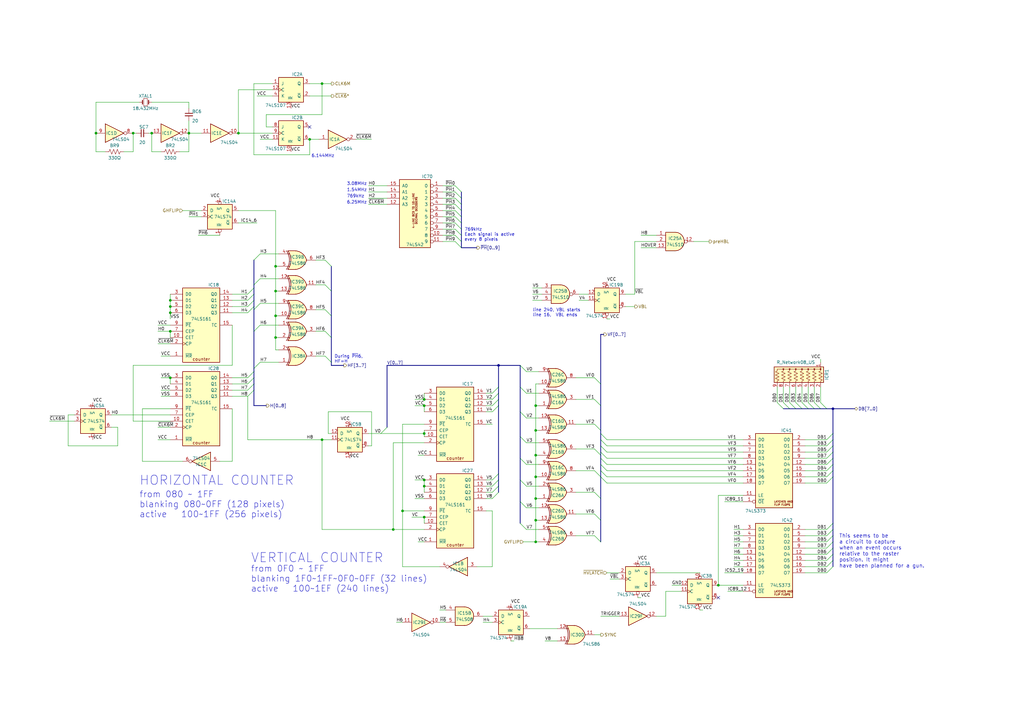
<source format=kicad_sch>
(kicad_sch (version 20231120) (generator "eeschema") (generator_version "8.0")
  (paper "A3")
  (title_block (date "2024-11-16") (company "JOTEGO") (comment 1 "www.patreon.com/jotego") (comment 2 "José Tejada"))
  (junction (at 161.29 217.17))
  (junction (at 54.61 54.61))
  (junction (at 219.71 176.53))
  (junction (at 173.99 166.37))
  (junction (at 69.85 128.27))
  (junction (at 219.71 166.37))
  (junction (at 69.85 135.89))
  (junction (at 69.85 154.94))
  (junction (at 173.99 163.83))
  (junction (at 113.03 109.22))
  (junction (at 165.1 209.55))
  (junction (at 132.08 34.29))
  (junction (at 219.71 204.47))
  (junction (at 219.71 186.69))
  (junction (at 77.47 54.61))
  (junction (at 341.63 167.64))
  (junction (at 173.99 177.8))
  (junction (at 127 57.15))
  (junction (at 173.99 199.39))
  (junction (at 113.03 119.38))
  (junction (at 69.85 125.73))
  (junction (at 132.08 180.34))
  (junction (at 219.71 222.25))
  (junction (at 97.79 54.61))
  (junction (at 62.23 54.61))
  (junction (at 173.99 212.09))
  (junction (at 113.03 138.43))
  (junction (at 113.03 129.54))
  (junction (at 39.37 54.61))
  (junction (at 204.47 149.86))
  (junction (at 173.99 196.85))
  (junction (at 219.71 195.58))
  (junction (at 294.64 240.03))
  (junction (at 219.71 213.36))
  (junction (at 69.85 123.19))
  (no_connect (at 127 52.07))
  (no_connect (at 294.64 245.11))
  (bus_entry (at 186.69 81.28) (size 2.54 2.54))
  (bus_entry (at 339.09 182.88) (size 2.54 -2.54))
  (bus_entry (at 339.09 180.34) (size 2.54 -2.54))
  (bus_entry (at 104.14 135.89) (size 2.54 -2.54))
  (bus_entry (at 186.69 96.52) (size 2.54 2.54))
  (bus_entry (at 339.09 232.41) (size 2.54 -2.54))
  (bus_entry (at 213.36 149.86) (size 2.54 2.54))
  (bus_entry (at 213.36 158.75) (size 2.54 2.54))
  (bus_entry (at 201.93 204.47) (size 2.54 -2.54))
  (bus_entry (at 213.36 187.96) (size 2.54 2.54))
  (bus_entry (at 201.93 201.93) (size 2.54 -2.54))
  (bus_entry (at 186.69 86.36) (size 2.54 2.54))
  (bus_entry (at 186.69 78.74) (size 2.54 2.54))
  (bus_entry (at 133.35 135.89) (size 2.54 2.54))
  (bus_entry (at 339.09 190.5) (size 2.54 -2.54))
  (bus_entry (at 201.93 161.29) (size 2.54 -2.54))
  (bus_entry (at 104.14 127) (size 2.54 -2.54))
  (bus_entry (at 101.6 128.27) (size 2.54 -2.54))
  (bus_entry (at 243.84 201.93) (size 2.54 2.54))
  (bus_entry (at 246.38 190.5) (size 2.54 2.54))
  (bus_entry (at 243.84 219.71) (size 2.54 2.54))
  (bus_entry (at 339.09 229.87) (size 2.54 -2.54))
  (bus_entry (at 213.36 205.74) (size 2.54 2.54))
  (bus_entry (at 213.36 179.07) (size 2.54 2.54))
  (bus_entry (at 186.69 99.06) (size 2.54 2.54))
  (bus_entry (at 246.38 195.58) (size 2.54 2.54))
  (bus_entry (at 339.09 227.33) (size 2.54 -2.54))
  (bus_entry (at 104.14 151.13) (size 2.54 -2.54))
  (bus_entry (at 101.6 162.56) (size 2.54 -2.54))
  (bus_entry (at 133.35 116.84) (size 2.54 2.54))
  (bus_entry (at 246.38 180.34) (size 2.54 2.54))
  (bus_entry (at 339.09 193.04) (size 2.54 -2.54))
  (bus_entry (at 101.6 120.65) (size 2.54 -2.54))
  (bus_entry (at 339.09 234.95) (size 2.54 -2.54))
  (bus_entry (at 201.93 199.39) (size 2.54 -2.54))
  (bus_entry (at 186.69 93.98) (size 2.54 2.54))
  (bus_entry (at 246.38 182.88) (size 2.54 2.54))
  (bus_entry (at 336.55 165.1) (size 2.54 2.54))
  (bus_entry (at 339.09 217.17) (size 2.54 -2.54))
  (bus_entry (at 339.09 187.96) (size 2.54 -2.54))
  (bus_entry (at 104.14 106.68) (size 2.54 -2.54))
  (bus_entry (at 246.38 177.8) (size 2.54 2.54))
  (bus_entry (at 213.36 214.63) (size 2.54 2.54))
  (bus_entry (at 243.84 210.82) (size 2.54 2.54))
  (bus_entry (at 246.38 185.42) (size 2.54 2.54))
  (bus_entry (at 318.77 165.1) (size 2.54 2.54))
  (bus_entry (at 243.84 163.83) (size 2.54 2.54))
  (bus_entry (at 243.84 193.04) (size 2.54 2.54))
  (bus_entry (at 133.35 106.68) (size 2.54 2.54))
  (bus_entry (at 101.6 157.48) (size 2.54 -2.54))
  (bus_entry (at 101.6 160.02) (size 2.54 -2.54))
  (bus_entry (at 328.93 165.1) (size 2.54 2.54))
  (bus_entry (at 243.84 184.15) (size 2.54 2.54))
  (bus_entry (at 326.39 165.1) (size 2.54 2.54))
  (bus_entry (at 186.69 76.2) (size 2.54 2.54))
  (bus_entry (at 323.85 165.1) (size 2.54 2.54))
  (bus_entry (at 186.69 83.82) (size 2.54 2.54))
  (bus_entry (at 101.6 154.94) (size 2.54 -2.54))
  (bus_entry (at 246.38 193.04) (size 2.54 2.54))
  (bus_entry (at 243.84 154.94) (size 2.54 2.54))
  (bus_entry (at 158.75 175.26) (size -2.54 2.54))
  (bus_entry (at 331.47 165.1) (size 2.54 2.54))
  (bus_entry (at 213.36 196.85) (size 2.54 2.54))
  (bus_entry (at 321.31 165.1) (size 2.54 2.54))
  (bus_entry (at 339.09 195.58) (size 2.54 -2.54))
  (bus_entry (at 133.35 146.05) (size 2.54 2.54))
  (bus_entry (at 246.38 187.96) (size 2.54 2.54))
  (bus_entry (at 101.6 123.19) (size 2.54 -2.54))
  (bus_entry (at 201.93 166.37) (size 2.54 -2.54))
  (bus_entry (at 339.09 222.25) (size 2.54 -2.54))
  (bus_entry (at 339.09 224.79) (size 2.54 -2.54))
  (bus_entry (at 339.09 198.12) (size 2.54 -2.54))
  (bus_entry (at 201.93 168.91) (size 2.54 -2.54))
  (bus_entry (at 186.69 91.44) (size 2.54 2.54))
  (bus_entry (at 339.09 219.71) (size 2.54 -2.54))
  (bus_entry (at 104.14 116.84) (size 2.54 -2.54))
  (bus_entry (at 339.09 185.42) (size 2.54 -2.54))
  (bus_entry (at 201.93 163.83) (size 2.54 -2.54))
  (bus_entry (at 101.6 125.73) (size 2.54 -2.54))
  (bus_entry (at 213.36 168.91) (size 2.54 2.54))
  (bus_entry (at 186.69 88.9) (size 2.54 2.54))
  (bus_entry (at 243.84 173.99) (size 2.54 2.54))
  (bus_entry (at 133.35 127) (size 2.54 2.54))
  (bus_entry (at 334.01 165.1) (size 2.54 2.54))
  (bus_entry (at 201.93 196.85) (size 2.54 -2.54))
  (bus (pts (xy 246.38 182.88) (xy 246.38 185.42)))
  (wire (pts (xy 219.71 222.25) (xy 220.98 222.25)))
  (wire (pts (xy 95.25 157.48) (xy 101.6 157.48)))
  (bus (pts (xy 213.36 149.86) (xy 213.36 158.75)))
  (wire (pts (xy 77.47 88.9) (xy 82.55 88.9)))
  (bus (pts (xy 341.63 227.33) (xy 341.63 224.79)))
  (bus (pts (xy 339.09 167.64) (xy 341.63 167.64)))
  (bus (pts (xy 204.47 199.39) (xy 204.47 201.93)))
  (wire (pts (xy 161.29 181.61) (xy 161.29 217.17)))
  (wire (pts (xy 106.68 148.59) (xy 114.3 148.59)))
  (wire (pts (xy 69.85 120.65) (xy 69.85 123.19)))
  (bus (pts (xy 213.36 205.74) (xy 213.36 214.63)))
  (wire (pts (xy 64.77 175.26) (xy 69.85 175.26)))
  (bus (pts (xy 341.63 217.17) (xy 341.63 214.63)))
  (wire (pts (xy 219.71 157.48) (xy 220.98 157.48)))
  (bus (pts (xy 189.23 78.74) (xy 189.23 81.28)))
  (wire (pts (xy 156.21 177.8) (xy 173.99 177.8)))
  (wire (pts (xy 165.1 232.41) (xy 180.34 232.41)))
  (bus (pts (xy 104.14 151.13) (xy 104.14 152.4)))
  (wire (pts (xy 151.13 83.82) (xy 158.75 83.82)))
  (wire (pts (xy 237.49 123.19) (xy 241.3 123.19)))
  (bus (pts (xy 104.14 135.89) (xy 104.14 151.13)))
  (bus (pts (xy 135.89 148.59) (xy 135.89 149.86)))
  (wire (pts (xy 199.39 168.91) (xy 201.93 168.91)))
  (wire (pts (xy 326.39 165.1) (xy 326.39 158.75)))
  (wire (pts (xy 248.92 182.88) (xy 304.8 182.88)))
  (wire (pts (xy 218.44 123.19) (xy 222.25 123.19)))
  (wire (pts (xy 300.99 227.33) (xy 304.8 227.33)))
  (wire (pts (xy 248.92 180.34) (xy 304.8 180.34)))
  (wire (pts (xy 77.47 54.61) (xy 82.55 54.61)))
  (wire (pts (xy 127 57.15) (xy 127 63.5)))
  (wire (pts (xy 181.61 99.06) (xy 186.69 99.06)))
  (wire (pts (xy 106.68 133.35) (xy 114.3 133.35)))
  (wire (pts (xy 330.2 227.33) (xy 339.09 227.33)))
  (wire (pts (xy 74.93 86.36) (xy 82.55 86.36)))
  (bus (pts (xy 341.63 193.04) (xy 341.63 195.58)))
  (wire (pts (xy 127 63.5) (xy 104.14 63.5)))
  (wire (pts (xy 39.37 41.91) (xy 57.15 41.91)))
  (wire (pts (xy 294.64 240.03) (xy 304.8 240.03)))
  (wire (pts (xy 62.23 54.61) (xy 62.23 62.23)))
  (wire (pts (xy 95.25 149.86) (xy 54.61 149.86)))
  (wire (pts (xy 69.85 133.35) (xy 64.77 133.35)))
  (wire (pts (xy 134.62 177.8) (xy 134.62 168.91)))
  (wire (pts (xy 300.99 229.87) (xy 304.8 229.87)))
  (wire (pts (xy 256.54 120.65) (xy 260.35 120.65)))
  (wire (pts (xy 215.9 199.39) (xy 220.98 199.39)))
  (wire (pts (xy 151.13 78.74) (xy 158.75 78.74)))
  (wire (pts (xy 199.39 173.99) (xy 201.93 173.99)))
  (bus (pts (xy 135.89 149.86) (xy 140.97 149.86)))
  (wire (pts (xy 181.61 91.44) (xy 186.69 91.44)))
  (wire (pts (xy 215.9 208.28) (xy 220.98 208.28)))
  (wire (pts (xy 330.2 224.79) (xy 339.09 224.79)))
  (wire (pts (xy 330.2 198.12) (xy 339.09 198.12)))
  (wire (pts (xy 273.05 242.57) (xy 279.4 242.57)))
  (wire (pts (xy 217.17 257.81) (xy 228.6 257.81)))
  (wire (pts (xy 39.37 62.23) (xy 43.18 62.23)))
  (bus (pts (xy 246.38 176.53) (xy 246.38 177.8)))
  (bus (pts (xy 204.47 163.83) (xy 204.47 166.37)))
  (bus (pts (xy 104.14 166.37) (xy 109.22 166.37)))
  (wire (pts (xy 300.99 232.41) (xy 304.8 232.41)))
  (wire (pts (xy 50.8 62.23) (xy 54.61 62.23)))
  (wire (pts (xy 111.76 57.15) (xy 106.68 57.15)))
  (wire (pts (xy 336.55 165.1) (xy 336.55 158.75)))
  (bus (pts (xy 336.55 167.64) (xy 339.09 167.64)))
  (wire (pts (xy 48.26 175.26) (xy 48.26 182.88)))
  (wire (pts (xy 173.99 196.85) (xy 173.99 199.39)))
  (wire (pts (xy 64.77 135.89) (xy 69.85 135.89)))
  (wire (pts (xy 294.64 240.03) (xy 294.64 203.2)))
  (wire (pts (xy 95.25 154.94) (xy 101.6 154.94)))
  (wire (pts (xy 262.89 245.11) (xy 261.62 245.11)))
  (wire (pts (xy 215.9 171.45) (xy 220.98 171.45)))
  (wire (pts (xy 66.04 160.02) (xy 69.85 160.02)))
  (wire (pts (xy 215.9 217.17) (xy 220.98 217.17)))
  (wire (pts (xy 129.54 106.68) (xy 133.35 106.68)))
  (bus (pts (xy 334.01 167.64) (xy 331.47 167.64)))
  (wire (pts (xy 219.71 204.47) (xy 220.98 204.47)))
  (wire (pts (xy 54.61 54.61) (xy 54.61 62.23)))
  (wire (pts (xy 66.04 154.94) (xy 69.85 154.94)))
  (wire (pts (xy 181.61 88.9) (xy 186.69 88.9)))
  (wire (pts (xy 171.45 222.25) (xy 173.99 222.25)))
  (wire (pts (xy 127 39.37) (xy 135.89 39.37)))
  (bus (pts (xy 341.63 195.58) (xy 341.63 214.63)))
  (bus (pts (xy 204.47 161.29) (xy 204.47 163.83)))
  (wire (pts (xy 250.19 237.49) (xy 254 237.49)))
  (wire (pts (xy 62.23 62.23) (xy 66.04 62.23)))
  (wire (pts (xy 146.05 57.15) (xy 152.4 57.15)))
  (wire (pts (xy 330.2 217.17) (xy 339.09 217.17)))
  (wire (pts (xy 181.61 76.2) (xy 186.69 76.2)))
  (wire (pts (xy 129.54 135.89) (xy 133.35 135.89)))
  (wire (pts (xy 199.39 196.85) (xy 201.93 196.85)))
  (wire (pts (xy 69.85 125.73) (xy 69.85 128.27)))
  (wire (pts (xy 210.82 262.89) (xy 209.55 262.89)))
  (wire (pts (xy 219.71 166.37) (xy 219.71 176.53)))
  (wire (pts (xy 45.72 175.26) (xy 48.26 175.26)))
  (wire (pts (xy 298.45 242.57) (xy 304.8 242.57)))
  (wire (pts (xy 199.39 161.29) (xy 201.93 161.29)))
  (wire (pts (xy 248.92 195.58) (xy 304.8 195.58)))
  (wire (pts (xy 95.25 123.19) (xy 101.6 123.19)))
  (wire (pts (xy 132.08 180.34) (xy 135.89 180.34)))
  (bus (pts (xy 104.14 157.48) (xy 104.14 160.02)))
  (wire (pts (xy 201.93 232.41) (xy 195.58 232.41)))
  (bus (pts (xy 341.63 219.71) (xy 341.63 217.17)))
  (wire (pts (xy 260.35 99.06) (xy 269.24 99.06)))
  (wire (pts (xy 113.03 129.54) (xy 113.03 138.43)))
  (bus (pts (xy 213.36 149.86) (xy 204.47 149.86)))
  (bus (pts (xy 189.23 96.52) (xy 189.23 99.06)))
  (bus (pts (xy 213.36 187.96) (xy 213.36 179.07)))
  (wire (pts (xy 69.85 180.34) (xy 64.77 180.34)))
  (wire (pts (xy 105.41 39.37) (xy 111.76 39.37)))
  (wire (pts (xy 69.85 146.05) (xy 66.04 146.05)))
  (wire (pts (xy 330.2 229.87) (xy 339.09 229.87)))
  (wire (pts (xy 114.3 138.43) (xy 113.03 138.43)))
  (wire (pts (xy 330.2 190.5) (xy 339.09 190.5)))
  (wire (pts (xy 113.03 119.38) (xy 114.3 119.38)))
  (wire (pts (xy 27.94 182.88) (xy 27.94 170.18)))
  (bus (pts (xy 104.14 154.94) (xy 104.14 157.48)))
  (bus (pts (xy 189.23 81.28) (xy 189.23 83.82)))
  (bus (pts (xy 246.38 190.5) (xy 246.38 193.04)))
  (wire (pts (xy 66.04 162.56) (xy 69.85 162.56)))
  (wire (pts (xy 69.85 123.19) (xy 69.85 125.73)))
  (bus (pts (xy 341.63 224.79) (xy 341.63 222.25)))
  (wire (pts (xy 248.92 198.12) (xy 304.8 198.12)))
  (wire (pts (xy 129.54 146.05) (xy 133.35 146.05)))
  (wire (pts (xy 170.18 163.83) (xy 173.99 163.83)))
  (wire (pts (xy 173.99 217.17) (xy 161.29 217.17)))
  (wire (pts (xy 180.34 250.19) (xy 182.88 250.19)))
  (wire (pts (xy 248.92 234.95) (xy 254 234.95)))
  (wire (pts (xy 95.25 160.02) (xy 101.6 160.02)))
  (bus (pts (xy 246.38 213.36) (xy 246.38 222.25)))
  (wire (pts (xy 113.03 143.51) (xy 113.03 138.43)))
  (wire (pts (xy 113.03 129.54) (xy 114.3 129.54)))
  (wire (pts (xy 219.71 157.48) (xy 219.71 166.37)))
  (bus (pts (xy 334.01 167.64) (xy 336.55 167.64)))
  (wire (pts (xy 199.39 209.55) (xy 201.93 209.55)))
  (wire (pts (xy 219.71 176.53) (xy 219.71 186.69)))
  (wire (pts (xy 300.99 217.17) (xy 304.8 217.17)))
  (wire (pts (xy 69.85 135.89) (xy 69.85 138.43)))
  (wire (pts (xy 129.54 127) (xy 133.35 127)))
  (bus (pts (xy 246.38 187.96) (xy 246.38 190.5)))
  (wire (pts (xy 334.01 165.1) (xy 334.01 158.75)))
  (bus (pts (xy 326.39 167.64) (xy 323.85 167.64)))
  (wire (pts (xy 77.47 54.61) (xy 77.47 62.23)))
  (wire (pts (xy 237.49 120.65) (xy 241.3 120.65)))
  (bus (pts (xy 104.14 123.19) (xy 104.14 125.73)))
  (wire (pts (xy 151.13 177.8) (xy 156.21 177.8)))
  (wire (pts (xy 170.18 166.37) (xy 173.99 166.37)))
  (wire (pts (xy 27.94 170.18) (xy 30.48 170.18)))
  (wire (pts (xy 173.99 166.37) (xy 173.99 168.91)))
  (bus (pts (xy 246.38 193.04) (xy 246.38 195.58)))
  (wire (pts (xy 246.38 252.73) (xy 254 252.73)))
  (wire (pts (xy 173.99 212.09) (xy 168.91 212.09)))
  (bus (pts (xy 158.75 149.86) (xy 204.47 149.86)))
  (wire (pts (xy 330.2 193.04) (xy 339.09 193.04)))
  (bus (pts (xy 104.14 106.68) (xy 104.14 116.84)))
  (wire (pts (xy 181.61 83.82) (xy 186.69 83.82)))
  (wire (pts (xy 323.85 165.1) (xy 323.85 158.75)))
  (wire (pts (xy 106.68 104.14) (xy 114.3 104.14)))
  (wire (pts (xy 330.2 195.58) (xy 339.09 195.58)))
  (wire (pts (xy 215.9 161.29) (xy 220.98 161.29)))
  (bus (pts (xy 246.38 177.8) (xy 246.38 180.34)))
  (wire (pts (xy 215.9 190.5) (xy 220.98 190.5)))
  (wire (pts (xy 162.56 255.27) (xy 165.1 255.27)))
  (wire (pts (xy 248.92 130.81) (xy 250.19 130.81)))
  (wire (pts (xy 173.99 212.09) (xy 173.99 214.63)))
  (wire (pts (xy 330.2 232.41) (xy 339.09 232.41)))
  (wire (pts (xy 330.2 219.71) (xy 339.09 219.71)))
  (bus (pts (xy 341.63 180.34) (xy 341.63 182.88)))
  (wire (pts (xy 173.99 176.53) (xy 173.99 177.8)))
  (wire (pts (xy 248.92 185.42) (xy 304.8 185.42)))
  (wire (pts (xy 95.25 167.64) (xy 95.25 189.23)))
  (bus (pts (xy 189.23 83.82) (xy 189.23 86.36)))
  (wire (pts (xy 220.98 152.4) (xy 215.9 152.4)))
  (bus (pts (xy 341.63 232.41) (xy 341.63 229.87)))
  (wire (pts (xy 262.89 96.52) (xy 269.24 96.52)))
  (bus (pts (xy 213.36 196.85) (xy 213.36 205.74)))
  (wire (pts (xy 260.35 120.65) (xy 260.35 99.06)))
  (wire (pts (xy 64.77 140.97) (xy 69.85 140.97)))
  (wire (pts (xy 330.2 187.96) (xy 339.09 187.96)))
  (wire (pts (xy 165.1 173.99) (xy 173.99 173.99)))
  (bus (pts (xy 189.23 93.98) (xy 189.23 96.52)))
  (bus (pts (xy 246.38 185.42) (xy 246.38 186.69)))
  (wire (pts (xy 198.12 255.27) (xy 201.93 255.27)))
  (wire (pts (xy 331.47 165.1) (xy 331.47 158.75)))
  (wire (pts (xy 106.68 124.46) (xy 114.3 124.46)))
  (wire (pts (xy 39.37 54.61) (xy 39.37 62.23)))
  (wire (pts (xy 330.2 185.42) (xy 339.09 185.42)))
  (wire (pts (xy 97.79 54.61) (xy 97.79 36.83)))
  (wire (pts (xy 109.22 46.99) (xy 109.22 52.07)))
  (bus (pts (xy 213.36 168.91) (xy 213.36 158.75)))
  (wire (pts (xy 74.93 189.23) (xy 58.42 189.23)))
  (wire (pts (xy 114.3 143.51) (xy 113.03 143.51)))
  (wire (pts (xy 62.23 41.91) (xy 77.47 41.91)))
  (bus (pts (xy 341.63 177.8) (xy 341.63 167.64)))
  (wire (pts (xy 20.32 172.72) (xy 30.48 172.72)))
  (bus (pts (xy 213.36 179.07) (xy 213.36 168.91)))
  (wire (pts (xy 95.25 125.73) (xy 101.6 125.73)))
  (wire (pts (xy 223.52 262.89) (xy 228.6 262.89)))
  (wire (pts (xy 215.9 181.61) (xy 220.98 181.61)))
  (wire (pts (xy 214.63 222.25) (xy 219.71 222.25)))
  (bus (pts (xy 104.14 120.65) (xy 104.14 123.19)))
  (wire (pts (xy 219.71 186.69) (xy 219.71 195.58)))
  (wire (pts (xy 236.22 184.15) (xy 243.84 184.15)))
  (wire (pts (xy 132.08 34.29) (xy 135.89 34.29)))
  (bus (pts (xy 104.14 116.84) (xy 104.14 118.11)))
  (wire (pts (xy 219.71 186.69) (xy 220.98 186.69)))
  (wire (pts (xy 198.12 252.73) (xy 201.93 252.73)))
  (wire (pts (xy 113.03 119.38) (xy 113.03 129.54)))
  (wire (pts (xy 236.22 163.83) (xy 243.84 163.83)))
  (wire (pts (xy 243.84 260.35) (xy 246.38 260.35)))
  (wire (pts (xy 173.99 161.29) (xy 173.99 163.83)))
  (bus (pts (xy 341.63 222.25) (xy 341.63 219.71)))
  (bus (pts (xy 204.47 196.85) (xy 204.47 199.39)))
  (wire (pts (xy 236.22 173.99) (xy 243.84 173.99)))
  (bus (pts (xy 246.38 137.16) (xy 247.65 137.16)))
  (wire (pts (xy 173.99 209.55) (xy 165.1 209.55)))
  (bus (pts (xy 246.38 166.37) (xy 246.38 176.53)))
  (wire (pts (xy 219.71 195.58) (xy 220.98 195.58)))
  (wire (pts (xy 273.05 252.73) (xy 273.05 242.57)))
  (bus (pts (xy 135.89 109.22) (xy 135.89 119.38)))
  (wire (pts (xy 132.08 217.17) (xy 132.08 180.34)))
  (bus (pts (xy 104.14 127) (xy 104.14 135.89)))
  (wire (pts (xy 60.96 54.61) (xy 62.23 54.61)))
  (wire (pts (xy 330.2 234.95) (xy 339.09 234.95)))
  (wire (pts (xy 236.22 154.94) (xy 243.84 154.94)))
  (bus (pts (xy 246.38 204.47) (xy 246.38 213.36)))
  (wire (pts (xy 256.54 125.73) (xy 260.35 125.73)))
  (bus (pts (xy 204.47 194.31) (xy 204.47 196.85)))
  (wire (pts (xy 219.71 166.37) (xy 220.98 166.37)))
  (wire (pts (xy 336.55 147.32) (xy 336.55 148.59)))
  (wire (pts (xy 173.99 199.39) (xy 173.99 201.93)))
  (wire (pts (xy 236.22 193.04) (xy 243.84 193.04)))
  (wire (pts (xy 152.4 182.88) (xy 151.13 182.88)))
  (bus (pts (xy 246.38 137.16) (xy 246.38 157.48)))
  (bus (pts (xy 104.14 125.73) (xy 104.14 127)))
  (bus (pts (xy 104.14 160.02) (xy 104.14 166.37)))
  (wire (pts (xy 219.71 195.58) (xy 219.71 204.47)))
  (wire (pts (xy 48.26 182.88) (xy 27.94 182.88)))
  (wire (pts (xy 165.1 209.55) (xy 165.1 173.99)))
  (wire (pts (xy 134.62 177.8) (xy 135.89 177.8)))
  (wire (pts (xy 300.99 222.25) (xy 304.8 222.25)))
  (wire (pts (xy 97.79 36.83) (xy 111.76 36.83)))
  (wire (pts (xy 151.13 81.28) (xy 158.75 81.28)))
  (wire (pts (xy 300.99 224.79) (xy 304.8 224.79)))
  (wire (pts (xy 330.2 222.25) (xy 339.09 222.25)))
  (wire (pts (xy 297.18 234.95) (xy 304.8 234.95)))
  (bus (pts (xy 189.23 88.9) (xy 189.23 91.44)))
  (bus (pts (xy 158.75 175.26) (xy 158.75 149.86)))
  (wire (pts (xy 248.92 187.96) (xy 304.8 187.96)))
  (bus (pts (xy 104.14 118.11) (xy 104.14 120.65)))
  (wire (pts (xy 297.18 205.74) (xy 304.8 205.74)))
  (wire (pts (xy 219.71 213.36) (xy 219.71 222.25)))
  (wire (pts (xy 273.05 252.73) (xy 269.24 252.73)))
  (wire (pts (xy 132.08 46.99) (xy 109.22 46.99)))
  (wire (pts (xy 201.93 209.55) (xy 201.93 232.41)))
  (wire (pts (xy 127 34.29) (xy 132.08 34.29)))
  (wire (pts (xy 199.39 201.93) (xy 201.93 201.93)))
  (wire (pts (xy 165.1 209.55) (xy 165.1 232.41)))
  (wire (pts (xy 39.37 54.61) (xy 39.37 41.91)))
  (bus (pts (xy 204.47 166.37) (xy 204.47 194.31)))
  (wire (pts (xy 236.22 201.93) (xy 243.84 201.93)))
  (wire (pts (xy 236.22 210.82) (xy 243.84 210.82)))
  (bus (pts (xy 341.63 229.87) (xy 341.63 227.33)))
  (wire (pts (xy 58.42 189.23) (xy 58.42 167.64)))
  (wire (pts (xy 218.44 118.11) (xy 222.25 118.11)))
  (bus (pts (xy 204.47 149.86) (xy 204.47 158.75)))
  (wire (pts (xy 330.2 182.88) (xy 339.09 182.88)))
  (bus (pts (xy 213.36 187.96) (xy 213.36 196.85)))
  (bus (pts (xy 246.38 186.69) (xy 246.38 187.96)))
  (wire (pts (xy 95.25 162.56) (xy 101.6 162.56)))
  (wire (pts (xy 219.71 204.47) (xy 219.71 213.36)))
  (wire (pts (xy 173.99 177.8) (xy 173.99 179.07)))
  (wire (pts (xy 109.22 52.07) (xy 111.76 52.07)))
  (wire (pts (xy 181.61 78.74) (xy 186.69 78.74)))
  (wire (pts (xy 161.29 217.17) (xy 132.08 217.17)))
  (bus (pts (xy 189.23 99.06) (xy 189.23 101.6)))
  (bus (pts (xy 189.23 91.44) (xy 189.23 93.98)))
  (bus (pts (xy 246.38 180.34) (xy 246.38 182.88)))
  (bus (pts (xy 341.63 185.42) (xy 341.63 187.96)))
  (wire (pts (xy 101.6 180.34) (xy 132.08 180.34)))
  (wire (pts (xy 181.61 93.98) (xy 186.69 93.98)))
  (wire (pts (xy 269.24 234.95) (xy 287.02 234.95)))
  (wire (pts (xy 236.22 219.71) (xy 243.84 219.71)))
  (wire (pts (xy 199.39 199.39) (xy 201.93 199.39)))
  (wire (pts (xy 95.25 128.27) (xy 101.6 128.27)))
  (wire (pts (xy 328.93 165.1) (xy 328.93 158.75)))
  (wire (pts (xy 134.62 168.91) (xy 152.4 168.91)))
  (bus (pts (xy 204.47 158.75) (xy 204.47 161.29)))
  (wire (pts (xy 113.03 86.36) (xy 113.03 109.22)))
  (wire (pts (xy 81.28 96.52) (xy 90.17 96.52)))
  (wire (pts (xy 290.83 99.06) (xy 284.48 99.06)))
  (wire (pts (xy 170.18 196.85) (xy 173.99 196.85)))
  (wire (pts (xy 114.3 109.22) (xy 113.03 109.22)))
  (wire (pts (xy 219.71 176.53) (xy 220.98 176.53)))
  (wire (pts (xy 129.54 116.84) (xy 133.35 116.84)))
  (wire (pts (xy 181.61 96.52) (xy 186.69 96.52)))
  (bus (pts (xy 135.89 119.38) (xy 135.89 129.54)))
  (bus (pts (xy 189.23 86.36) (xy 189.23 88.9)))
  (bus (pts (xy 341.63 167.64) (xy 350.52 167.64)))
  (bus (pts (xy 135.89 129.54) (xy 135.89 138.43)))
  (wire (pts (xy 180.34 255.27) (xy 182.88 255.27)))
  (wire (pts (xy 104.14 63.5) (xy 104.14 34.29)))
  (wire (pts (xy 69.85 154.94) (xy 69.85 157.48)))
  (wire (pts (xy 77.47 49.53) (xy 77.47 54.61)))
  (bus (pts (xy 341.63 182.88) (xy 341.63 185.42)))
  (wire (pts (xy 288.29 250.19) (xy 287.02 250.19)))
  (bus (pts (xy 246.38 195.58) (xy 246.38 204.47)))
  (wire (pts (xy 97.79 86.36) (xy 113.03 86.36)))
  (wire (pts (xy 97.79 54.61) (xy 111.76 54.61)))
  (wire (pts (xy 218.44 120.65) (xy 222.25 120.65)))
  (wire (pts (xy 199.39 163.83) (xy 201.93 163.83)))
  (wire (pts (xy 152.4 168.91) (xy 152.4 182.88)))
  (wire (pts (xy 171.45 186.69) (xy 173.99 186.69)))
  (wire (pts (xy 181.61 86.36) (xy 186.69 86.36)))
  (wire (pts (xy 248.92 193.04) (xy 304.8 193.04)))
  (wire (pts (xy 97.79 91.44) (xy 105.41 91.44)))
  (bus (pts (xy 341.63 177.8) (xy 341.63 180.34)))
  (wire (pts (xy 104.14 34.29) (xy 111.76 34.29)))
  (wire (pts (xy 199.39 204.47) (xy 201.93 204.47)))
  (wire (pts (xy 77.47 41.91) (xy 77.47 44.45)))
  (wire (pts (xy 95.25 133.35) (xy 95.25 149.86)))
  (wire (pts (xy 54.61 54.61) (xy 55.88 54.61)))
  (bus (pts (xy 341.63 187.96) (xy 341.63 190.5)))
  (bus (pts (xy 341.63 190.5) (xy 341.63 193.04)))
  (wire (pts (xy 54.61 149.86) (xy 54.61 172.72)))
  (wire (pts (xy 95.25 189.23) (xy 90.17 189.23)))
  (wire (pts (xy 219.71 213.36) (xy 220.98 213.36)))
  (wire (pts (xy 151.13 76.2) (xy 158.75 76.2)))
  (wire (pts (xy 300.99 219.71) (xy 304.8 219.71)))
  (wire (pts (xy 45.72 170.18) (xy 69.85 170.18)))
  (wire (pts (xy 321.31 165.1) (xy 321.31 158.75)))
  (wire (pts (xy 127 57.15) (xy 130.81 57.15)))
  (wire (pts (xy 69.85 128.27) (xy 69.85 130.81)))
  (wire (pts (xy 95.25 120.65) (xy 101.6 120.65)))
  (bus (pts (xy 326.39 167.64) (xy 328.93 167.64)))
  (wire (pts (xy 294.64 203.2) (xy 304.8 203.2)))
  (wire (pts (xy 318.77 165.1) (xy 318.77 158.75)))
  (wire (pts (xy 132.08 34.29) (xy 132.08 46.99)))
  (wire (pts (xy 330.2 180.34) (xy 339.09 180.34)))
  (wire (pts (xy 173.99 181.61) (xy 161.29 181.61)))
  (wire (pts (xy 113.03 109.22) (xy 113.03 119.38)))
  (wire (pts (xy 199.39 166.37) (xy 201.93 166.37)))
  (wire (pts (xy 170.18 204.47) (xy 173.99 204.47)))
  (wire (pts (xy 101.6 162.56) (xy 101.6 180.34)))
  (wire (pts (xy 248.92 190.5) (xy 304.8 190.5)))
  (bus (pts (xy 135.89 138.43) (xy 135.89 148.59)))
  (bus (pts (xy 321.31 167.64) (xy 323.85 167.64)))
  (wire (pts (xy 275.59 240.03) (xy 279.4 240.03)))
  (bus (pts (xy 246.38 157.48) (xy 246.38 166.37)))
  (wire (pts (xy 106.68 114.3) (xy 114.3 114.3)))
  (wire (pts (xy 181.61 81.28) (xy 186.69 81.28)))
  (wire (pts (xy 54.61 172.72) (xy 69.85 172.72)))
  (wire (pts (xy 73.66 62.23) (xy 77.47 62.23)))
  (bus (pts (xy 189.23 101.6) (xy 195.58 101.6)))
  (bus (pts (xy 331.47 167.64) (xy 328.93 167.64)))
  (bus (pts (xy 104.14 152.4) (xy 104.14 154.94)))
  (wire (pts (xy 262.89 101.6) (xy 269.24 101.6)))
  (wire (pts (xy 58.42 167.64) (xy 69.85 167.64)))
  (text "769kHz\nEach signal is active\nevery 8 pixels" (at 190.5 99.06 0) (effects (font (size 1.27 1.27)) (justify left bottom)))
  (text "1.54MHz\n" (at 142.24 78.74 0) (effects (font (size 1.27 1.27)) (justify left bottom)))
  (text "6.25MHz\n" (at 142.24 83.82 0) (effects (font (size 1.27 1.27)) (justify left bottom)))
  (text "During ~{PH}6, \nHF=H" (at 137.16 147.32 0) (effects (font (size 1.27 1.27)) (justify left)))
  (text "from 080 ~ 1FF\nblanking 080~0FF (128 pixels)\nactive   100~1FF (256 pixels)" (at 57.15 207.01 0) (effects (font (size 2.54 2.54)) (justify left)))
  (text "6.144MHz" (at 137.16 64.77 0) (effects (font (size 1.27 1.27)) (justify right bottom)))
  (text "HORIZONTAL COUNTER\n" (at 57.15 199.39 0) (effects (font (size 3.81 3.81)) (justify left bottom)))
  (text "3.08MHz\n" (at 142.24 76.2 0) (effects (font (size 1.27 1.27)) (justify left bottom)))
  (text "This seems to be\na circuit to capture\nwhen an event occurs\nrelative to the raster \nposition. It might\nhave been planned for a gun." (at 344.17 226.06 0) (effects (font (size 1.524 1.524)) (justify left)))
  (text "from 0F0 ~ 1FF\nblanking 1F0~1FF~0F0~0FF (32 lines)\nactive   100~1EF (240 lines)" (at 102.87 237.49 0) (effects (font (size 2.54 2.54)) (justify left)))
  (text "VERTICAL COUNTER\n" (at 102.87 231.14 0) (effects (font (size 3.81 3.81)) (justify left bottom)))
  (text "line 240, VBL starts\nline 16,  VBL ends" (at 218.44 128.27 0) (effects (font (size 1.27 1.27)) (justify left)))
  (text "769kHz\n" (at 142.24 81.28 0) (effects (font (size 1.27 1.27)) (justify left bottom)))
  (label "HF5" (at 133.35 127 180))
  (label "~{VBL}" (at 260.35 120.65 0))
  (label "~{PH}4" (at 186.69 86.36 180))
  (label "DB2" (at 339.09 232.41 180))
  (label "H7" (at 101.6 160.02 180))
  (label "VCC" (at 105.41 39.37 0))
  (label "DB7" (at 339.09 224.79 180))
  (label "V6" (at 201.93 199.39 180))
  (label "H5" (at 180.34 250.19 0))
  (label "H3" (at 101.6 125.73 180))
  (label "H2" (at 101.6 123.19 180))
  (label "DB5" (at 339.09 222.25 180))
  (label "~{PH}5" (at 186.69 88.9 180))
  (label "VF7" (at 243.84 219.71 180))
  (label "VF0" (at 298.45 198.12 0))
  (label "VCC" (at 143.51 172.72 180))
  (label "H3" (at 106.68 104.14 0))
  (label "DB5" (at 331.47 165.1 90))
  (label "VSS" (at 170.18 204.47 0))
  (label "DB3" (at 339.09 182.88 180))
  (label "H8" (at 262.89 96.52 0))
  (label "TRIGGER" (at 246.38 252.73 0))
  (label "H8" (at 125.73 180.34 0))
  (label "VF4" (at 298.45 195.58 0))
  (label "V4" (at 201.93 168.91 180))
  (label "VCC" (at 171.45 222.25 0))
  (label "DB2" (at 339.09 195.58 180))
  (label "DB2" (at 323.85 165.1 90))
  (label "VCC" (at 119.38 44.45 0))
  (label "~{CLK6M}" (at 20.32 172.72 0))
  (label "H7" (at 300.99 224.79 0))
  (label "VCC" (at 261.62 229.87 0))
  (label "~{PH6}" (at 81.28 96.52 0))
  (label "DB5" (at 339.09 185.42 180))
  (label "VF6" (at 298.45 190.5 0))
  (label "H5" (at 300.99 222.25 0))
  (label "VC" (at 168.91 212.09 0))
  (label "VF5" (at 298.45 185.42 0))
  (label "H6" (at 106.68 133.35 0))
  (label "VCC" (at 64.77 180.34 0))
  (label "DB1" (at 339.09 180.34 180))
  (label "VCC" (at 248.92 115.57 0))
  (label "VF0" (at 243.84 154.94 180))
  (label "VF5" (at 243.84 201.93 180))
  (label "VF2" (at 298.45 193.04 0))
  (label "GND" (at 275.59 240.03 0))
  (label "~{CLK6M}" (at 151.13 83.82 0))
  (label "VCC" (at 106.68 57.15 0))
  (label "HF3" (at 133.35 106.68 180))
  (label "~{CLK6M}" (at 64.77 140.97 0))
  (label "V4" (at 237.49 123.19 0))
  (label "H0" (at 151.13 76.2 0))
  (label "H1" (at 151.13 78.74 0))
  (label "~{PH}9" (at 186.69 99.06 180))
  (label "H4" (at 198.12 255.27 0))
  (label "VCC" (at 66.04 146.05 0))
  (label "V1" (at 201.93 161.29 180))
  (label "VF4" (at 243.84 193.04 180))
  (label "V5" (at 218.44 118.11 0))
  (label "DB6" (at 339.09 190.5 180))
  (label "H1" (at 300.99 217.17 0))
  (label "V2" (at 215.9 171.45 0))
  (label "VCC" (at 38.1 180.34 0))
  (label "~{PH}2" (at 186.69 81.28 180))
  (label "~{PH}1" (at 77.47 88.9 0))
  (label "H2" (at 151.13 81.28 0))
  (label "V0" (at 156.21 177.8 180))
  (label "DB7" (at 339.09 187.96 180))
  (label "V1" (at 215.9 161.29 0))
  (label "DB7" (at 336.55 165.1 90))
  (label "DB4" (at 339.09 193.04 180))
  (label "DB3" (at 339.09 219.71 180))
  (label "VCC" (at 38.1 165.1 0))
  (label "DB1" (at 321.31 165.1 90))
  (label "VSS" (at 170.18 163.83 0))
  (label "H6" (at 300.99 227.33 0))
  (label "VSS" (at 66.04 154.94 0))
  (label "V[0..7]" (at 158.75 149.86 0))
  (label "H4" (at 101.6 128.27 180))
  (label "V7" (at 218.44 123.19 0))
  (label "V7" (at 201.93 201.93 180))
  (label "DB3" (at 326.39 165.1 90))
  (label "H0" (at 64.77 135.89 0))
  (label "IC52_19" (at 297.18 234.95 0))
  (label "H3" (at 300.99 219.71 0))
  (label "VF2" (at 243.84 173.99 180))
  (label "DB1" (at 339.09 217.17 180))
  (label "H5" (at 101.6 154.94 180))
  (label "VCC" (at 66.04 160.02 0))
  (label "VCC" (at 336.55 147.32 180))
  (label "HF4" (at 133.35 116.84 180))
  (label "HOVER" (at 262.89 101.6 0))
  (label "VC" (at 201.93 173.99 180))
  (label "V8" (at 223.52 262.89 0))
  (label "H1" (at 101.6 120.65 180))
  (label "V2" (at 201.93 163.83 180))
  (label "VF3" (at 298.45 182.88 0))
  (label "H6" (at 162.56 255.27 0))
  (label "VF1" (at 243.84 163.83 180))
  (label "VCC" (at 90.17 81.28 180))
  (label "~{PH}6" (at 186.69 91.44 180))
  (label "VF7" (at 298.45 187.96 0))
  (label "IC89_11" (at 297.18 205.74 0))
  (label "DB0" (at 318.77 165.1 90))
  (label "VSS" (at 69.85 130.81 0))
  (label "V5" (at 215.9 199.39 0))
  (label "VF3" (at 243.84 184.15 180))
  (label "VCC" (at 171.45 186.69 0))
  (label "VCC" (at 170.18 196.85 0))
  (label "~{CLK6M}" (at 64.77 175.26 0))
  (label "H0" (at 45.72 170.18 0))
  (label "~{HB8}" (at 210.82 262.89 0))
  (label "H4" (at 300.99 229.87 0))
  (label "IC14_6" (at 105.41 91.44 180))
  (label "DB4" (at 328.93 165.1 90))
  (label "H8" (at 101.6 162.56 180))
  (label "V0" (at 215.9 152.4 0))
  (label "H6" (at 101.6 157.48 180))
  (label "H5" (at 106.68 124.46 0))
  (label "DB6" (at 334.01 165.1 90))
  (label "H4" (at 106.68 114.3 0))
  (label "DB0" (at 339.09 198.12 180))
  (label "V4" (at 215.9 190.5 0))
  (label "~{PH}3" (at 186.69 83.82 180))
  (label "~{CLK6M}" (at 152.4 57.15 180))
  (label "VCC" (at 143.51 187.96 0))
  (label "~{VBL}" (at 250.19 237.49 0))
  (label "V7" (at 215.9 217.17 0))
  (label "V8" (at 201.93 204.47 180))
  (label "V5" (at 201.93 196.85 180))
  (label "VF1" (at 298.45 180.34 0))
  (label "DB4" (at 339.09 229.87 180))
  (label "DB6" (at 339.09 227.33 180))
  (label "VSS" (at 66.04 162.56 0))
  (label "H7" (at 106.68 148.59 0))
  (label "~{PH}8" (at 186.69 96.52 180))
  (label "VCC" (at 209.55 247.65 0))
  (label "VCC" (at 170.18 166.37 0))
  (label "HF6" (at 133.35 135.89 180))
  (label "HF7" (at 133.35 146.05 180))
  (label "VCC" (at 262.89 245.11 0))
  (label "~{PH}7" (at 186.69 93.98 180))
  (label "~{PH}1" (at 186.69 78.74 180))
  (label "~{H6}" (at 180.34 255.27 0))
  (label "VCC" (at 288.29 250.19 0))
  (label "DB0" (at 339.09 234.95 180))
  (label "V6" (at 218.44 120.65 0))
  (label "VCC" (at 64.77 133.35 0))
  (label "H2" (at 300.99 232.41 0))
  (label "V3" (at 201.93 166.37 180))
  (label "V6" (at 215.9 208.28 0))
  (label "~{PH}0" (at 186.69 76.2 180))
  (label "V3" (at 215.9 181.61 0))
  (label "IC89_12" (at 298.45 242.57 0))
  (label "VCC" (at 119.38 62.23 0))
  (label "VF6" (at 243.84 210.82 180))
  (label "VCC" (at 250.19 130.81 0))
  (hierarchical_label "VF[0..7]" (shape output) (at 247.65 137.16 0))
  (hierarchical_label "GHFLIP" (shape input) (at 74.93 86.36 180))
  (hierarchical_label "~{PH}[0..9]" (shape output) (at 195.58 101.6 0))
  (hierarchical_label "VBL" (shape output) (at 260.35 125.73 0))
  (hierarchical_label "~{HVLATCH}" (shape input) (at 248.92 234.95 180))
  (hierarchical_label "H[0..8]" (shape output) (at 109.22 166.37 0))
  (hierarchical_label "CLK6M" (shape output) (at 135.89 34.29 0))
  (hierarchical_label "SYNC" (shape output) (at 246.38 260.35 0))
  (hierarchical_label "GVFLIP" (shape input) (at 214.63 222.25 180))
  (hierarchical_label "HF[3..7]" (shape output) (at 140.97 149.86 0))
  (hierarchical_label "~{CLK6}*" (shape output) (at 135.89 39.37 0))
  (hierarchical_label "preHBL" (shape output) (at 290.83 99.06 0))
  (hierarchical_label "DB[7..0]" (shape bidirectional) (at 350.52 167.64 0))
  (symbol (lib_id "jt74:74LS74") (at 261.62 237.49 0) (unit 1)
    (property "Reference" "IC3" (at 266.7 231.14 0) (effects (justify right)))
    (property "Value" "74LS74" (at 256.54 243.84 0))
    (property "Datasheet" "74xx/74hc_hct74.pdf" (effects (hide yes)))
    (property "Description" "Dual D Flip-flop, Set & Reset" (effects (hide yes)))
  )
  (symbol (lib_id "Device:R_US") (at 46.99 62.23 90) (unit 1)
    (property "Reference" "BR9" (at 46.99 59.69 90))
    (property "Value" "330Ω" (at 46.99 64.77 90))
  )
  (symbol (lib_id "jt74:74LS86") (at 228.6 193.04 0) (unit 3)
    (property "Reference" "IC16" (at 228.6 191.77 0))
    (property "Value" "74LS86" (at 228.6 194.31 0))
    (property "Datasheet" "74xx/74ls86.pdf" (effects (hide yes)))
    (property "Description" "Quad 2-input XOR" (effects (hide yes)))
  )
  (symbol (lib_id "Device:C_Small") (at 58.42 54.61 90) (unit 1)
    (property "Reference" "SC7" (at 60.96 52.07 90) (effects (justify left)))
    (property "Value" "20" (at 59.69 58.42 90) (effects (justify left)))
  )
  (symbol (lib_id "jt74:74LS04") (at 82.55 189.23 180) (unit 3)
    (property "Reference" "IC1" (at 82.55 190.5 0))
    (property "Value" "74LS04" (at 82.55 187.96 0))
    (property "Datasheet" "http://www.ti.com/lit/gpn/sn74LS04" (effects (hide yes)))
    (property "Description" "Hex Inverter" (effects (hide yes)))
  )
  (symbol (lib_id "jt74:74LS04") (at 69.85 54.61 0) (unit 6)
    (property "Reference" "IC1" (at 68.58 54.61 0))
    (property "Value" "74LS04" (at 73.66 57.15 0))
    (property "Datasheet" "http://www.ti.com/lit/gpn/sn74LS04" (effects (hide yes)))
    (property "Description" "Hex Inverter" (effects (hide yes)))
  )
  (symbol (lib_id "jt74:74LS373") (at 317.5 229.87 0) (unit 1)
    (property "Reference" "IC42" (at 325.12 213.36 0) (effects (justify right)))
    (property "Value" "74LS373" (at 320.04 240.03 0))
    (property "Datasheet" "http://www.ti.com/lit/gpn/sn74LS373" (effects (hide yes)))
  )
  (symbol (lib_id "jt74:74LS86") (at 121.92 106.68 0) (unit 2)
    (property "Reference" "IC39" (at 121.92 105.41 0))
    (property "Value" "74LS86" (at 121.92 107.95 0))
    (property "Datasheet" "74xx/74ls86.pdf" (effects (hide yes)))
    (property "Description" "Quad 2-input XOR" (effects (hide yes)))
  )
  (symbol (lib_id "jt74:74LS74") (at 287.02 242.57 0) (unit 2)
    (property "Reference" "IC3" (at 292.1 236.22 0) (effects (justify right)))
    (property "Value" "74LS74" (at 281.94 248.92 0))
    (property "Datasheet" "74xx/74hc_hct74.pdf" (effects (hide yes)))
    (property "Description" "Dual D Flip-flop, Set & Reset" (effects (hide yes)))
  )
  (symbol (lib_id "jt74:74LS04") (at 138.43 57.15 0) (unit 1)
    (property "Reference" "IC1" (at 137.16 57.15 0))
    (property "Value" "74LS04" (at 140.97 60.96 0))
    (property "Datasheet" "http://www.ti.com/lit/gpn/sn74LS04" (effects (hide yes)))
    (property "Description" "Hex Inverter" (effects (hide yes)))
  )
  (symbol (lib_id "jt74:74LS161") (at 186.69 173.99 0) (unit 1)
    (property "Reference" "IC17" (at 191.77 157.48 0))
    (property "Value" "74LS161" (at 186.69 171.45 0))
    (property "Datasheet" "http://www.ti.com/lit/gpn/sn74LS161" (effects (hide yes)))
  )
  (symbol (lib_id "jt74:74LS86") (at 228.6 163.83 0) (mirror x) (unit 1)
    (property "Reference" "IC16" (at 228.6 165.1 0))
    (property "Value" "74LS86" (at 228.6 162.56 0))
    (property "Datasheet" "74xx/74ls86.pdf" (effects (hide yes)))
    (property "Description" "Quad 2-input XOR" (effects (hide yes)))
  )
  (symbol (lib_id "jt74:74LS86") (at 236.22 260.35 0) (unit 4)
    (property "Reference" "IC30" (at 236.855 260.35 0))
    (property "Value" "74LS86" (at 242.57 264.16 0))
    (property "Datasheet" "74xx/74ls86.pdf" (effects (hide yes)))
    (property "Description" "Quad 2-input XOR" (effects (hide yes)))
  )
  (symbol (lib_id "jt74:74LS107") (at 119.38 54.61 0) (unit 2)
    (property "Reference" "IC2" (at 121.92 48.26 0))
    (property "Value" "74LS107" (at 113.03 60.96 0))
    (property "Datasheet" "http://www.ti.com/lit/gpn/sn74LS107" (effects (hide yes)))
    (property "Description" "Dual JK Flip-Flop, reset" (effects (hide yes)))
  )
  (symbol (lib_id "jt74:74LS86") (at 121.92 127 0) (unit 3)
    (property "Reference" "IC39" (at 121.92 125.73 0))
    (property "Value" "74LS86" (at 121.92 128.27 0))
    (property "Datasheet" "74xx/74ls86.pdf" (effects (hide yes)))
    (property "Description" "Quad 2-input XOR" (effects (hide yes)))
  )
  (symbol (lib_id "jt74:74LS86") (at 228.6 201.93 0) (mirror x) (unit 1)
    (property "Reference" "IC26" (at 228.6 203.2 0))
    (property "Value" "74LS86" (at 228.6 200.66 0))
    (property "Datasheet" "74xx/74ls86.pdf" (effects (hide yes)))
    (property "Description" "Quad 2-input XOR" (effects (hide yes)))
  )
  (symbol (lib_id "jt74:74LS04") (at 90.17 54.61 0) (unit 5)
    (property "Reference" "IC1" (at 88.9 54.61 0))
    (property "Value" "74LS04" (at 93.98 58.42 0))
    (property "Datasheet" "http://www.ti.com/lit/gpn/sn74LS04" (effects (hide yes)))
    (property "Description" "Hex Inverter" (effects (hide yes)))
  )
  (symbol (lib_id "jt74:74LS08") (at 190.5 252.73 0) (unit 2)
    (property "Reference" "IC15" (at 190.5 251.46 0))
    (property "Value" "74LS08" (at 190.5 254 0))
    (property "Datasheet" "http://www.ti.com/lit/gpn/sn74LS08" (effects (hide yes)))
    (property "Description" "Quad And2" (effects (hide yes)))
  )
  (symbol (lib_id "jt74:74LS10") (at 229.87 120.65 0) (unit 2)
    (property "Reference" "IC25" (at 229.87 119.38 0))
    (property "Value" "74LS10" (at 229.87 121.92 0))
    (property "Datasheet" "http://www.ti.com/lit/gpn/sn74LS10" (effects (hide yes)))
  )
  (symbol (lib_id "jt74:74LS74") (at 248.92 123.19 0) (unit 2)
    (property "Reference" "IC19" (at 252.73 116.84 0))
    (property "Value" "74LS74" (at 243.84 129.54 0))
    (property "Datasheet" "74xx/74hc_hct74.pdf" (effects (hide yes)))
    (property "Description" "Dual D Flip-flop, Set & Reset" (effects (hide yes)))
  )
  (symbol (lib_name "74LS04_1") (lib_id "jt74:74LS04") (at 172.72 255.27 0) (unit 5)
    (property "Reference" "IC29" (at 172.085 255.27 0))
    (property "Value" "74LS04" (at 172.72 260.35 0))
    (property "Datasheet" "http://www.ti.com/lit/gpn/sn74LS04" (effects (hide yes)))
    (property "Description" "Hex Inverter" (effects (hide yes)))
  )
  (symbol (lib_id "jt74:74LS74") (at 38.1 172.72 0) (unit 1)
    (property "Reference" "IC5" (at 40.64 166.37 0))
    (property "Value" "74LS74" (at 39.37 172.72 0))
    (property "Datasheet" "74xx/74hc_hct74.pdf" (effects (hide yes)))
    (property "Description" "Dual D Flip-flop, Set & Reset" (effects (hide yes)))
  )
  (symbol (lib_id "Device:R_US") (at 69.85 62.23 90) (unit 1)
    (property "Reference" "BR2" (at 69.85 59.69 90))
    (property "Value" "330Ω" (at 69.85 64.77 90))
  )
  (symbol (lib_id "jt74:74LS161") (at 82.55 167.64 0) (unit 1)
    (property "Reference" "IC28" (at 87.63 151.13 0))
    (property "Value" "74LS161" (at 82.55 165.1 0))
    (property "Datasheet" "http://www.ti.com/lit/gpn/sn74LS161" (effects (hide yes)))
  )
  (symbol (lib_id "jt74:74LS86") (at 228.6 154.94 0) (unit 3)
    (property "Reference" "IC26" (at 228.6 153.67 0))
    (property "Value" "74LS86" (at 228.6 156.21 0))
    (property "Datasheet" "74xx/74ls86.pdf" (effects (hide yes)))
    (property "Description" "Quad 2-input XOR" (effects (hide yes)))
  )
  (symbol (lib_id "jt74:74LS86") (at 121.92 116.84 0) (unit 4)
    (property "Reference" "IC39" (at 121.92 115.57 0))
    (property "Value" "74LS86" (at 121.92 118.11 0))
    (property "Datasheet" "74xx/74ls86.pdf" (effects (hide yes)))
    (property "Description" "Quad 2-input XOR" (effects (hide yes)))
  )
  (symbol (lib_id "jt74:74LS04") (at 261.62 252.73 0) (unit 6)
    (property "Reference" "IC29" (at 260.985 252.73 0))
    (property "Value" "74LS04" (at 261.62 247.65 0))
    (property "Datasheet" "http://www.ti.com/lit/gpn/sn74LS04" (effects (hide yes)))
    (property "Description" "Hex Inverter" (effects (hide yes)))
  )
  (symbol (lib_id "Device:C_Small") (at 77.47 46.99 0) (unit 1)
    (property "Reference" "BC6" (at 78.74 45.72 0) (effects (justify left)))
    (property "Value" "20" (at 78.74 49.53 0) (effects (justify left)))
  )
  (symbol (lib_id "Device:R_Network08_US") (at 326.39 153.67 0) (mirror y) (unit 1)
    (property "Reference" "ICR1" (at 339.09 153.67 90))
    (property "Value" "R_Network08_US" (at 326.39 148.59 0))
    (property "Footprint" "Resistor_THT:R_Array_SIP9" (effects (hide yes)))
    (property "Datasheet" "http://www.vishay.com/docs/31509/csc.pdf" (effects (hide yes)))
  )
  (symbol (lib_id "jt74:74LS42") (at 170.18 86.36 0) (unit 1)
    (property "Reference" "IC70" (at 175.26 72.39 0))
    (property "Value" "74LS42" (at 170.18 100.33 0))
    (property "Datasheet" "http://www.ti.com/lit/gpn/sn74LS42" (effects (hide yes)))
  )
  (symbol (lib_id "Device:Crystal_Small") (at 59.69 41.91 0) (unit 1)
    (property "Reference" "XTAL1" (at 59.69 39.37 0))
    (property "Value" "18.432MHz" (at 59.69 44.45 0))
  )
  (symbol (lib_id "jt74:74LS86") (at 121.92 146.05 0) (mirror x) (unit 1)
    (property "Reference" "IC38" (at 122.555 146.05 0))
    (property "Value" "74LS86" (effects (hide yes)))
    (property "Datasheet" "74xx/74ls86.pdf" (effects (hide yes)))
    (property "Description" "Quad 2-input XOR" (effects (hide yes)))
  )
  (symbol (lib_id "jt74:74LS86") (at 121.92 135.89 0) (unit 1)
    (property "Reference" "IC39" (at 121.92 134.62 0))
    (property "Value" "74LS86" (at 121.92 137.16 0))
    (property "Datasheet" "74xx/74ls86.pdf" (effects (hide yes)))
    (property "Description" "Quad 2-input XOR" (effects (hide yes)))
  )
  (symbol (lib_id "jt74:74LS86") (at 228.6 173.99 0) (unit 4)
    (property "Reference" "IC16" (at 228.6 172.72 0))
    (property "Value" "74LS86" (at 228.6 175.26 0))
    (property "Datasheet" "74xx/74ls86.pdf" (effects (hide yes)))
    (property "Description" "Quad 2-input XOR" (effects (hide yes)))
  )
  (symbol (lib_id "jt74:74LS04") (at 46.99 54.61 0) (unit 4)
    (property "Reference" "IC1" (at 45.72 54.61 0))
    (property "Value" "74LS04" (at 49.53 57.15 0))
    (property "Datasheet" "http://www.ti.com/lit/gpn/sn74LS04" (effects (hide yes)))
    (property "Description" "Hex Inverter" (effects (hide yes)))
  )
  (symbol (lib_id "jt74:74LS107") (at 119.38 36.83 0) (unit 1)
    (property "Reference" "IC2" (at 121.92 30.48 0))
    (property "Value" "74LS107" (at 113.03 43.18 0))
    (property "Datasheet" "http://www.ti.com/lit/gpn/sn74LS107" (effects (hide yes)))
    (property "Description" "Dual JK Flip-Flop, reset" (effects (hide yes)))
  )
  (symbol (lib_id "jt74:74LS86") (at 228.6 184.15 0) (mirror x) (unit 2)
    (property "Reference" "IC16" (at 228.6 185.42 0))
    (property "Value" "74LS86" (at 228.6 182.88 0))
    (property "Datasheet" "74xx/74ls86.pdf" (effects (hide yes)))
    (property "Description" "Quad 2-input XOR" (effects (hide yes)))
  )
  (symbol (lib_id "jt74:74LS86") (at 228.6 219.71 0) (mirror x) (unit 2)
    (property "Reference" "IC26" (at 228.6 220.98 0))
    (property "Value" "74LS86" (at 228.6 218.44 0))
    (property "Datasheet" "74xx/74ls86.pdf" (effects (hide yes)))
    (property "Description" "Quad 2-input XOR" (effects (hide yes)))
  )
  (symbol (lib_id "jt74:74LS161") (at 82.55 133.35 0) (unit 1)
    (property "Reference" "IC18" (at 87.63 116.84 0))
    (property "Value" "74LS161" (at 82.55 130.81 0))
    (property "Datasheet" "http://www.ti.com/lit/gpn/sn74LS161" (effects (hide yes)))
  )
  (symbol (lib_id "jt74:74LS74") (at 209.55 255.27 0) (unit 1)
    (property "Reference" "IC19" (at 213.36 248.92 0))
    (property "Value" "74LS74" (at 204.47 261.62 0))
    (property "Datasheet" "74xx/74hc_hct74.pdf" (effects (hide yes)))
    (property "Description" "Dual D Flip-flop, Set & Reset" (effects (hide yes)))
  )
  (symbol (lib_id "jt74:74LS10") (at 276.86 99.06 0) (unit 1)
    (property "Reference" "IC25" (at 276.86 97.79 0))
    (property "Value" "74LS10" (at 276.86 100.33 0))
    (property "Datasheet" "http://www.ti.com/lit/gpn/sn74LS10" (effects (hide yes)))
  )
  (symbol (lib_id "jt74:74LS86") (at 228.6 210.82 0) (unit 4)
    (property "Reference" "IC26" (at 228.6 209.55 0))
    (property "Value" "74LS86" (at 228.6 212.09 0))
    (property "Datasheet" "74xx/74ls86.pdf" (effects (hide yes)))
    (property "Description" "Quad 2-input XOR" (effects (hide yes)))
  )
  (symbol (lib_id "jt74:74LS74") (at 143.51 180.34 0) (unit 2)
    (property "Reference" "IC5" (at 146.05 173.99 0))
    (property "Value" "74LS74" (at 144.78 180.34 0))
    (property "Datasheet" "74xx/74hc_hct74.pdf" (effects (hide yes)))
    (property "Description" "Dual D Flip-flop, Set & Reset" (effects (hide yes)))
  )
  (symbol (lib_id "jt74:74LS161") (at 186.69 209.55 0) (unit 1)
    (property "Reference" "IC27" (at 191.77 193.04 0))
    (property "Value" "74LS161" (at 186.69 207.01 0))
    (property "Datasheet" "http://www.ti.com/lit/gpn/sn74LS161" (effects (hide yes)))
  )
  (symbol (lib_id "jt74:74LS04") (at 187.96 232.41 0) (mirror y) (unit 2)
    (property "Reference" "IC1" (at 187.96 231.14 0))
    (property "Value" "74LS04" (at 187.96 233.68 0))
    (property "Datasheet" "http://www.ti.com/lit/gpn/sn74LS04" (effects (hide yes)))
    (property "Description" "Hex Inverter" (effects (hide yes)))
  )
  (symbol (lib_id "jt74:74LS74") (at 90.17 88.9 0) (unit 1)
    (property "Reference" "IC14" (at 93.98 82.55 0))
    (property "Value" "74LS74" (at 91.44 88.9 0))
    (property "Datasheet" "74xx/74hc_hct74.pdf" (effects (hide yes)))
    (property "Description" "Dual D Flip-flop, Set & Reset" (effects (hide yes)))
  )
  (symbol (lib_id "jt74:74LS373") (at 317.5 193.04 0) (unit 1)
    (property "Reference" "IC41" (at 322.58 176.53 0))
    (property "Value" "74LS373" (at 309.88 209.55 0))
    (property "Datasheet" "http://www.ti.com/lit/gpn/sn74LS373" (effects (hide yes)))
  )
)
</source>
